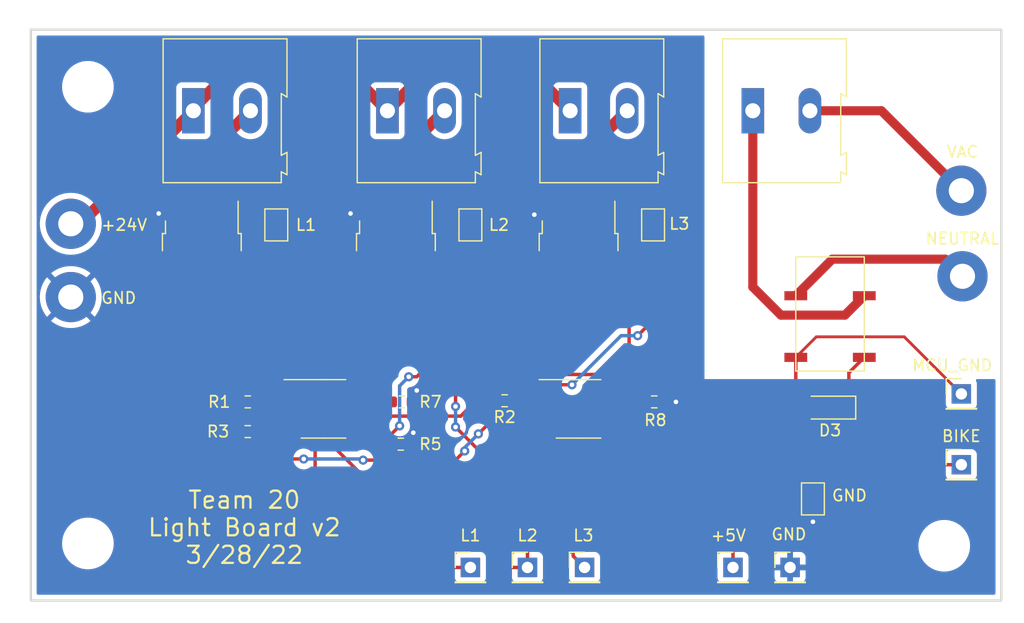
<source format=kicad_pcb>
(kicad_pcb (version 20211014) (generator pcbnew)
  (layers (0 "F.Cu" signal) (31 "B.Cu" signal) (34 "B.Paste" user) (35 "F.Paste" user) (36 "B.SilkS" user "B.Silkscreen") (37 "F.SilkS" user "F.Silkscreen") (38 "B.Mask" user) (39 "F.Mask" user) (44 "Edge.Cuts" user))
  (net 0 "")
  (net 1 "GND")
  (net 2 "+24V")
  (net 3 "L1")
  (net 4 "L2")
  (net 5 "L3")
  (net 6 "MCU_L1")
  (net 7 "Net-(J8-Pad2)")
  (net 8 "Net-(J9-Pad2)")
  (net 9 "Net-(J10-Pad2)")
  (net 10 "GND1")
  (net 11 "VAC")
  (net 12 "MCU_L2")
  (net 13 "MCU_L3")
  (net 14 "MCU_Bike")
  (net 15 "Earth")
  (net 16 "Net-(Q5-Pad2)")
  (net 17 "Net-(Q5-Pad4)")
  (net 18 "Net-(Q6-Pad2)")
  (net 22 "Net-(J11-Pad1)")
  (net 23 "+5V")
  (footprint "Diode_SMD:D_SOD-123" (layer "F.Cu") (at 155.5 111 180)
    (fp_text reference "D3" (at 0 -2) (layer "F.SilkS"))
    (fp_text value "MBR130HW")
    (fp_line (start -2.25 -1) (end 1.65 -1) (layer "F.SilkS") (width 0.12))
    (fp_line (start -2.25 -1) (end -2.25 1) (layer "F.SilkS") (width 0.12))
    (fp_line (start -2.25 1) (end 1.65 1) (layer "F.SilkS") (width 0.12))
    (pad "1" smd rect locked (at -1.65 0 180) (size 0.9 1.2) (layers "F.Cu" "F.Paste" "F.Mask") (net 14 "MCU_Bike"))
    (pad "2" smd rect locked (at 1.65 0 180) (size 0.9 1.2) (layers "F.Cu" "F.Paste" "F.Mask") (net 10 "GND1"))
  )
  (footprint "Package_SO:SOIC-8_3.9x4.9mm_P1.27mm" (layer "F.Cu") (at 133.47 111.11)
    (fp_text reference "Q6" hide)
    (fp_text value "MOCD207M")
    (fp_line (start 0 -2.56) (end -3.45 -2.56) (layer "F.SilkS") (width 0.12))
    (fp_line (start 0 2.56) (end 1.95 2.56) (layer "F.SilkS") (width 0.12))
    (fp_line (start 0 -2.56) (end 1.95 -2.56) (layer "F.SilkS") (width 0.12))
    (fp_line (start 0 2.56) (end -1.95 2.56) (layer "F.SilkS") (width 0.12))
    (pad "1" smd roundrect locked (at -2.475 -1.905) (size 1.95 0.6) (layers "F.Cu" "F.Paste" "F.Mask") (net 13 "MCU_L3"))
    (pad "2" smd roundrect locked (at -2.475 -0.635) (size 1.95 0.6) (layers "F.Cu" "F.Paste" "F.Mask") (net 18 "Net-(Q6-Pad2)"))
    (pad "3" smd roundrect locked (at -2.475 0.635) (size 1.95 0.6) (layers "F.Cu" "F.Paste" "F.Mask"))
    (pad "4" smd roundrect locked (at -2.475 1.905) (size 1.95 0.6) (layers "F.Cu" "F.Paste" "F.Mask"))
    (pad "5" smd roundrect locked (at 2.475 1.905) (size 1.95 0.6) (layers "F.Cu" "F.Paste" "F.Mask"))
    (pad "6" smd roundrect locked (at 2.475 0.635) (size 1.95 0.6) (layers "F.Cu" "F.Paste" "F.Mask") (net 23 "+5V"))
    (pad "7" smd roundrect locked (at 2.475 -0.635) (size 1.95 0.6) (layers "F.Cu" "F.Paste" "F.Mask") (net 5 "L3"))
    (pad "8" smd roundrect locked (at 2.475 -1.905) (size 1.95 0.6) (layers "F.Cu" "F.Paste" "F.Mask") (net 23 "+5V"))
  )
  (footprint "Jumper:SolderJumper-2_P1.3mm_Open_TrianglePad1.0x1.5mm" (layer "F.Cu") (at 107 95 90)
    (fp_text reference "JP1" hide)
    (fp_text value "SolderJumper_2_Open")
    (fp_line (start 1.4 -1) (end 1.4 1) (layer "F.SilkS") (width 0.12))
    (fp_line (start 1.4 1) (end -1.4 1) (layer "F.SilkS") (width 0.12))
    (fp_line (start -1.4 -1) (end 1.4 -1) (layer "F.SilkS") (width 0.12))
    (fp_line (start -1.4 1) (end -1.4 -1) (layer "F.SilkS") (width 0.12))
    (pad "1" smd custom locked (at -0.725 0 90) (size 0.3 0.3) (layers "F.Cu" "F.Mask") (net 6 "MCU_L1") (options (clearance outline) (anchor rect)) (primitives (gr_poly (pts (xy 1 0) (xy 0.5 0.75) (xy -0.5 0.75) (xy -0.5 -0.75) (xy 0.5 -0.75)) (width 0) (fill yes))))
    (pad "2" smd custom locked (at 0.725 0 90) (size 0.3 0.3) (layers "F.Cu" "F.Mask") (net 3 "L1") (options (clearance outline) (anchor rect)) (primitives (gr_poly (pts (xy 0.5 0.75) (xy -0.65 0.75) (xy -0.15 0) (xy -0.65 -0.75) (xy 0.5 -0.75)) (width 0) (fill yes))))
  )
  (footprint "Connector_PinHeader_2.54mm:PinHeader_1x01_P2.54mm_Vertical" (layer "F.Cu") (at 152 125)
    (fp_text reference "J16" hide)
    (fp_text value "GND")
    (fp_line (start -1.33 1.33) (end 1.33 1.33) (layer "F.SilkS") (width 0.12))
    (fp_line (start -1.33 1.27) (end 1.33 1.27) (layer "F.SilkS") (width 0.12))
    (fp_line (start -1.33 0) (end -1.33 -1.33) (layer "F.SilkS") (width 0.12))
    (fp_line (start -1.33 1.27) (end -1.33 1.33) (layer "F.SilkS") (width 0.12))
    (fp_line (start 1.33 1.27) (end 1.33 1.33) (layer "F.SilkS") (width 0.12))
    (fp_line (start -1.33 -1.33) (end 0 -1.33) (layer "F.SilkS") (width 0.12))
    (pad "1" thru_hole rect locked (at 0 0) (size 1.7 1.7) (drill 1) (layers *.Cu *.Mask) (net 1 "GND"))
  )
  (footprint "Connector_PinHeader_2.54mm:PinHeader_1x01_P2.54mm_Vertical" (layer "F.Cu") (at 167 116)
    (fp_text reference "J6" hide)
    (fp_text value "MCU_Bike")
    (fp_line (start -1.33 1.33) (end 1.33 1.33) (layer "F.SilkS") (width 0.12))
    (fp_line (start -1.33 1.27) (end 1.33 1.27) (layer "F.SilkS") (width 0.12))
    (fp_line (start -1.33 1.27) (end -1.33 1.33) (layer "F.SilkS") (width 0.12))
    (fp_line (start -1.33 0) (end -1.33 -1.33) (layer "F.SilkS") (width 0.12))
    (fp_line (start -1.33 -1.33) (end 0 -1.33) (layer "F.SilkS") (width 0.12))
    (fp_line (start 1.33 1.27) (end 1.33 1.33) (layer "F.SilkS") (width 0.12))
    (pad "1" thru_hole rect locked (at 0 0) (size 1.7 1.7) (drill 1) (layers *.Cu *.Mask) (net 14 "MCU_Bike"))
  )
  (footprint "Connector_PinHeader_2.54mm:PinHeader_1x01_P2.54mm_Vertical" (layer "F.Cu") (at 134 125)
    (fp_text reference "J5" hide)
    (fp_text value "MCU_L3")
    (fp_line (start 1.33 1.27) (end 1.33 1.33) (layer "F.SilkS") (width 0.12))
    (fp_line (start -1.33 1.27) (end 1.33 1.27) (layer "F.SilkS") (width 0.12))
    (fp_line (start -1.33 0) (end -1.33 -1.33) (layer "F.SilkS") (width 0.12))
    (fp_line (start -1.33 -1.33) (end 0 -1.33) (layer "F.SilkS") (width 0.12))
    (fp_line (start -1.33 1.27) (end -1.33 1.33) (layer "F.SilkS") (width 0.12))
    (fp_line (start -1.33 1.33) (end 1.33 1.33) (layer "F.SilkS") (width 0.12))
    (pad "1" thru_hole rect locked (at 0 0) (size 1.7 1.7) (drill 1) (layers *.Cu *.Mask) (net 13 "MCU_L3"))
  )
  (footprint "TerminalBlock:TerminalBlock_Altech_AK300-2_P5.00mm" (layer "F.Cu") (at 116.735 85)
    (fp_text reference "J9" hide)
    (fp_text value "Screw_Terminal_01x02")
    (fp_line (start 7.7 -1.5) (end 8.2 -1.2) (layer "F.SilkS") (width 0.12))
    (fp_line (start 8.2 3.65) (end 7.7 3.9) (layer "F.SilkS") (width 0.12))
    (fp_line (start -2.65 -6.3) (end -2.65 6.3) (layer "F.SilkS") (width 0.12))
    (fp_line (start 8.2 3.7) (end 8.2 3.65) (layer "F.SilkS") (width 0.12))
    (fp_line (start 7.7 6.3) (end 7.7 5.35) (layer "F.SilkS") (width 0.12))
    (fp_line (start 8.2 -6.3) (end -2.65 -6.3) (layer "F.SilkS") (width 0.12))
    (fp_line (start -2.65 6.3) (end 7.7 6.3) (layer "F.SilkS") (width 0.12))
    (fp_line (start 7.7 3.9) (end 7.7 -1.5) (layer "F.SilkS") (width 0.12))
    (fp_line (start 8.2 5.6) (end 8.2 3.7) (layer "F.SilkS") (width 0.12))
    (fp_line (start 7.7 5.35) (end 8.2 5.6) (layer "F.SilkS") (width 0.12))
    (fp_line (start 8.2 -1.2) (end 8.2 -6.3) (layer "F.SilkS") (width 0.12))
    (pad "1" thru_hole rect locked (at 0 0) (size 1.98 3.96) (drill 1.32) (layers *.Cu *.Mask) (net 2 "+24V"))
    (pad "2" thru_hole oval locked (at 5 0) (size 1.98 3.96) (drill 1.32) (layers *.Cu *.Mask) (net 8 "Net-(J9-Pad2)"))
  )
  (footprint "MountingHole:MountingHole_3.5mm" (layer "F.Cu") (at 90.5 82.9)
    (fp_text reference "H3" hide)
    (fp_text value "MountingHole")
    (pad "" np_thru_hole circle locked (at 0 0) (size 3.5 3.5) (drill 3.5) (layers *.Cu *.Mask))
  )
  (footprint "Package_TO_SOT_SMD:TO-252-2" (layer "F.Cu") (at 133.475 98.225 -90)
    (fp_text reference "Q4" hide)
    (fp_text value "FDD8453LZ")
    (fp_line (start -0.97 3.45) (end -2.47 3.45) (layer "F.SilkS") (width 0.12))
    (fp_line (start -2.47 3.18) (end -3.57 3.18) (layer "F.SilkS") (width 0.12))
    (fp_line (start -2.47 -3.45) (end -2.47 -3.18) (layer "F.SilkS") (width 0.12))
    (fp_line (start -0.97 -3.45) (end -2.47 -3.45) (layer "F.SilkS") (width 0.12))
    (fp_line (start -2.47 3.45) (end -2.47 3.18) (layer "F.SilkS") (width 0.12))
    (fp_line (start -2.47 -3.18) (end -5.3 -3.18) (layer "F.SilkS") (width 0.12))
    (pad "1" smd rect locked (at -4.2 -2.28 270) (size 2.2 1.2) (layers "F.Cu" "F.Paste" "F.Mask") (net 5 "L3"))
    (pad "2" smd rect locked (at 2.1 0 270) (size 6.4 5.8) (layers "F.Cu" "F.Mask") (net 9 "Net-(J10-Pad2)"))
    (pad "3" smd rect locked (at -4.2 2.28 270) (size 2.2 1.2) (layers "F.Cu" "F.Paste" "F.Mask") (net 1 "GND"))
  )
  (footprint "Package_TO_SOT_SMD:TO-252-2" (layer "F.Cu") (at 100.475 98.225 -90)
    (fp_text reference "Q1" hide)
    (fp_text value "FDD8453LZ")
    (fp_line (start -0.97 -3.45) (end -2.47 -3.45) (layer "F.SilkS") (width 0.12))
    (fp_line (start -2.47 -3.18) (end -5.3 -3.18) (layer "F.SilkS") (width 0.12))
    (fp_line (start -2.47 3.18) (end -3.57 3.18) (layer "F.SilkS") (width 0.12))
    (fp_line (start -2.47 3.45) (end -2.47 3.18) (layer "F.SilkS") (width 0.12))
    (fp_line (start -2.47 -3.45) (end -2.47 -3.18) (layer "F.SilkS") (width 0.12))
    (fp_line (start -0.97 3.45) (end -2.47 3.45) (layer "F.SilkS") (width 0.12))
    (pad "1" smd rect locked (at -4.2 -2.28 270) (size 2.2 1.2) (layers "F.Cu" "F.Paste" "F.Mask") (net 3 "L1"))
    (pad "2" smd rect locked (at 2.1 0 270) (size 6.4 5.8) (layers "F.Cu" "F.Mask") (net 7 "Net-(J8-Pad2)"))
    (pad "3" smd rect locked (at -4.2 2.28 270) (size 2.2 1.2) (layers "F.Cu" "F.Paste" "F.Mask") (net 1 "GND"))
  )
  (footprint "Connector_PinHeader_2.54mm:PinHeader_1x01_P2.54mm_Vertical" (layer "F.Cu") (at 167 109.8)
    (fp_text reference "J17" hide)
    (fp_text value "MCU_GND")
    (fp_line (start -1.33 0) (end -1.33 -1.33) (layer "F.SilkS") (width 0.12))
    (fp_line (start -1.33 1.33) (end 1.33 1.33) (layer "F.SilkS") (width 0.12))
    (fp_line (start -1.33 -1.33) (end 0 -1.33) (layer "F.SilkS") (width 0.12))
    (fp_line (start -1.33 1.27) (end 1.33 1.27) (layer "F.SilkS") (width 0.12))
    (fp_line (start -1.33 1.27) (end -1.33 1.33) (layer "F.SilkS") (width 0.12))
    (fp_line (start 1.33 1.27) (end 1.33 1.33) (layer "F.SilkS") (width 0.12))
    (pad "1" thru_hole rect locked (at 0 0) (size 1.7 1.7) (drill 1) (layers *.Cu *.Mask) (net 10 "GND1"))
  )
  (footprint "TerminalBlock:TerminalBlock_Altech_AK300-2_P5.00mm" (layer "F.Cu") (at 99.735 85)
    (fp_text reference "J8" hide)
    (fp_text value "Screw_Terminal_01x02")
    (fp_line (start 8.2 -6.3) (end -2.65 -6.3) (layer "F.SilkS") (width 0.12))
    (fp_line (start 8.2 5.6) (end 8.2 3.7) (layer "F.SilkS") (width 0.12))
    (fp_line (start -2.65 -6.3) (end -2.65 6.3) (layer "F.SilkS") (width 0.12))
    (fp_line (start 7.7 -1.5) (end 8.2 -1.2) (layer "F.SilkS") (width 0.12))
    (fp_line (start -2.65 6.3) (end 7.7 6.3) (layer "F.SilkS") (width 0.12))
    (fp_line (start 7.7 5.35) (end 8.2 5.6) (layer "F.SilkS") (width 0.12))
    (fp_line (start 7.7 3.9) (end 7.7 -1.5) (layer "F.SilkS") (width 0.12))
    (fp_line (start 8.2 3.7) (end 8.2 3.65) (layer "F.SilkS") (width 0.12))
    (fp_line (start 8.2 3.65) (end 7.7 3.9) (layer "F.SilkS") (width 0.12))
    (fp_line (start 7.7 6.3) (end 7.7 5.35) (layer "F.SilkS") (width 0.12))
    (fp_line (start 8.2 -1.2) (end 8.2 -6.3) (layer "F.SilkS") (width 0.12))
    (pad "1" thru_hole rect locked (at 0 0) (size 1.98 3.96) (drill 1.32) (layers *.Cu *.Mask) (net 2 "+24V"))
    (pad "2" thru_hole oval locked (at 5 0) (size 1.98 3.96) (drill 1.32) (layers *.Cu *.Mask) (net 7 "Net-(J8-Pad2)"))
  )
  (footprint "Connector_PinHeader_2.54mm:PinHeader_1x01_P2.54mm_Vertical" (layer "F.Cu") (at 124 125)
    (fp_text reference "J3" hide)
    (fp_text value "MCU_L1")
    (fp_line (start -1.33 1.27) (end 1.33 1.27) (layer "F.SilkS") (width 0.12))
    (fp_line (start -1.33 -1.33) (end 0 -1.33) (layer "F.SilkS") (width 0.12))
    (fp_line (start -1.33 1.27) (end -1.33 1.33) (layer "F.SilkS") (width 0.12))
    (fp_line (start 1.33 1.27) (end 1.33 1.33) (layer "F.SilkS") (width 0.12))
    (fp_line (start -1.33 1.33) (end 1.33 1.33) (layer "F.SilkS") (width 0.12))
    (fp_line (start -1.33 0) (end -1.33 -1.33) (layer "F.SilkS") (width 0.12))
    (pad "1" thru_hole rect locked (at 0 0) (size 1.7 1.7) (drill 1) (layers *.Cu *.Mask) (net 6 "MCU_L1"))
  )
  (footprint "TerminalBlock:TerminalBlock_Altech_AK300-2_P5.00mm" (layer "F.Cu") (at 148.735 85)
    (fp_text reference "J11" hide)
    (fp_text value "Screw_Terminal_01x02")
    (fp_line (start -2.65 6.3) (end 7.7 6.3) (layer "F.SilkS") (width 0.12))
    (fp_line (start 8.2 3.65) (end 7.7 3.9) (layer "F.SilkS") (width 0.12))
    (fp_line (start 7.7 5.35) (end 8.2 5.6) (layer "F.SilkS") (width 0.12))
    (fp_line (start -2.65 -6.3) (end -2.65 6.3) (layer "F.SilkS") (width 0.12))
    (fp_line (start 7.7 -1.5) (end 8.2 -1.2) (layer "F.SilkS") (width 0.12))
    (fp_line (start 8.2 5.6) (end 8.2 3.7) (layer "F.SilkS") (width 0.12))
    (fp_line (start 7.7 6.3) (end 7.7 5.35) (layer "F.SilkS") (width 0.12))
    (fp_line (start 7.7 3.9) (end 7.7 -1.5) (layer "F.SilkS") (width 0.12))
    (fp_line (start 8.2 -6.3) (end -2.65 -6.3) (layer "F.SilkS") (width 0.12))
    (fp_line (start 8.2 3.7) (end 8.2 3.65) (layer "F.SilkS") (width 0.12))
    (fp_line (start 8.2 -1.2) (end 8.2 -6.3) (layer "F.SilkS") (width 0.12))
    (pad "1" thru_hole rect locked (at 0 0) (size 1.98 3.96) (drill 1.32) (layers *.Cu *.Mask) (net 22 "Net-(J11-Pad1)"))
    (pad "2" thru_hole oval locked (at 5 0) (size 1.98 3.96) (drill 1.32) (layers *.Cu *.Mask) (net 11 "VAC"))
  )
  (footprint "Jumper:SolderJumper-2_P1.3mm_Open_TrianglePad1.0x1.5mm" (layer "F.Cu") (at 124 95 90)
    (fp_text reference "JP2" hide)
    (fp_text value "SolderJumper_2_Open")
    (fp_line (start 1.4 -1) (end 1.4 1) (layer "F.SilkS") (width 0.12))
    (fp_line (start -1.4 -1) (end 1.4 -1) (layer "F.SilkS") (width 0.12))
    (fp_line (start 1.4 1) (end -1.4 1) (layer "F.SilkS") (width 0.12))
    (fp_line (start -1.4 1) (end -1.4 -1) (layer "F.SilkS") (width 0.12))
    (pad "1" smd custom locked (at -0.725 0 90) (size 0.3 0.3) (layers "F.Cu" "F.Mask") (net 12 "MCU_L2") (options (clearance outline) (anchor rect)) (primitives (gr_poly (pts (xy 1 0) (xy 0.5 0.75) (xy -0.5 0.75) (xy -0.5 -0.75) (xy 0.5 -0.75)) (width 0) (fill yes))))
    (pad "2" smd custom locked (at 0.725 0 90) (size 0.3 0.3) (layers "F.Cu" "F.Mask") (net 4 "L2") (options (clearance outline) (anchor rect)) (primitives (gr_poly (pts (xy 0.5 0.75) (xy -0.65 0.75) (xy -0.15 0) (xy -0.65 -0.75) (xy 0.5 -0.75)) (width 0) (fill yes))))
  )
  (footprint "MountingHole:MountingHole_3.5mm" (layer "F.Cu") (at 90.5 122.9)
    (fp_text reference "H1" hide)
    (fp_text value "MountingHole")
    (pad "" np_thru_hole circle locked (at 0 0) (size 3.5 3.5) (drill 3.5) (layers *.Cu *.Mask))
  )
  (footprint "_mine:1462041-7" (layer "F.Cu") (at 155.5 103.9 90)
    (fp_text reference "K1" hide)
    (fp_text value "1462041-7")
    (fp_rect (start -3.9 -3) (end 6.1 3) (layer "F.SilkS") (width 0.12) (fill none))
    (pad "1" smd rect (at -2.7 -3 180) (size 2 0.8) (layers "F.Cu" "F.Paste" "F.Mask") (net 10 "GND1"))
    (pad "3" smd rect (at 2.7 -3 180) (size 2 0.8) (layers "F.Cu" "F.Paste" "F.Mask") (net 15 "Earth"))
    (pad "5" smd rect (at 2.7 3 180) (size 2 0.8) (layers "F.Cu" "F.Paste" "F.Mask") (net 22 "Net-(J11-Pad1)"))
    (pad "6" smd rect (at -2.7 3 180) (size 2 0.8) (layers "F.Cu" "F.Paste" "F.Mask") (net 14 "MCU_Bike"))
  )
  (footprint "_mylib:hole" (layer "F.Cu") (at 167 92)
    (fp_text reference "J12" hide)
    (fp_text value "VAC")
    (pad "1" thru_hole circle (at 0 0) (size 4.4 4.4) (drill 2.2) (layers *.Cu *.Mask) (net 11 "VAC"))
  )
  (footprint "Connector_PinHeader_2.54mm:PinHeader_1x01_P2.54mm_Vertical" (layer "F.Cu") (at 147 125)
    (fp_text reference "J15" hide)
    (fp_text value "5V")
    (fp_line (start -1.33 1.33) (end 1.33 1.33) (layer "F.SilkS") (width 0.12))
    (fp_line (start -1.33 1.27) (end 1.33 1.27) (layer "F.SilkS") (width 0.12))
    (fp_line (start -1.33 -1.33) (end 0 -1.33) (layer "F.SilkS") (width 0.12))
    (fp_line (start -1.33 0) (end -1.33 -1.33) (layer "F.SilkS") (width 0.12))
    (fp_line (start 1.33 1.27) (end 1.33 1.33) (layer "F.SilkS") (width 0.12))
    (fp_line (start -1.33 1.27) (end -1.33 1.33) (layer "F.SilkS") (width 0.12))
    (pad "1" thru_hole rect locked (at 0 0) (size 1.7 1.7) (drill 1) (layers *.Cu *.Mask) (net 23 "+5V"))
  )
  (footprint "Resistor_SMD:R_0603_1608Metric" (layer "F.Cu") (at 127 110.4 180)
    (fp_text reference "R2" (at 0 -1.43 180) (layer "F.SilkS"))
    (fp_text value "150")
    (fp_line (start -0.237258 0.5225) (end 0.237258 0.5225) (layer "F.SilkS") (width 0.12))
    (fp_line (start -0.237258 -0.5225) (end 0.237258 -0.5225) (layer "F.SilkS") (width 0.12))
    (pad "1" smd roundrect locked (at -0.825 0 180) (size 0.8 0.95) (layers "F.Cu" "F.Paste" "F.Mask") (net 18 "Net-(Q6-Pad2)"))
    (pad "2" smd roundrect locked (at 0.825 0 180) (size 0.8 0.95) (layers "F.Cu" "F.Paste" "F.Mask") (net 10 "GND1"))
  )
  (footprint "Resistor_SMD:R_0603_1608Metric" (layer "F.Cu") (at 140.1 110.5)
    (fp_text reference "R8" (at 0.1 1.6) (layer "F.SilkS"))
    (fp_text value "1k")
    (fp_line (start -0.237258 -0.5225) (end 0.237258 -0.5225) (layer "F.SilkS") (width 0.12))
    (fp_line (start -0.237258 0.5225) (end 0.237258 0.5225) (layer "F.SilkS") (width 0.12))
    (pad "1" smd roundrect locked (at -0.825 0) (size 0.8 0.95) (layers "F.Cu" "F.Paste" "F.Mask") (net 5 "L3"))
    (pad "2" smd roundrect locked (at 0.825 0) (size 0.8 0.95) (layers "F.Cu" "F.Paste" "F.Mask") (net 1 "GND"))
  )
  (footprint "Jumper:SolderJumper-2_P1.3mm_Open_TrianglePad1.0x1.5mm" (layer "F.Cu") (at 154 119 -90)
    (fp_text reference "JP4" hide)
    (fp_text value "SolderJumper_2_Open")
    (fp_line (start 1.4 1) (end -1.4 1) (layer "F.SilkS") (width 0.12))
    (fp_line (start -1.4 1) (end -1.4 -1) (layer "F.SilkS") (width 0.12))
    (fp_line (start 1.4 -1) (end 1.4 1) (layer "F.SilkS") (width 0.12))
    (fp_line (start -1.4 -1) (end 1.4 -1) (layer "F.SilkS") (width 0.12))
    (pad "1" smd custom locked (at -0.725 0 270) (size 0.3 0.3) (layers "F.Cu" "F.Mask") (net 10 "GND1") (options (clearance outline) (anchor rect)) (primitives (gr_poly (pts (xy 1 0) (xy 0.5 0.75) (xy -0.5 0.75) (xy -0.5 -0.75) (xy 0.5 -0.75)) (width 0) (fill yes))))
    (pad "2" smd custom locked (at 0.725 0 270) (size 0.3 0.3) (layers "F.Cu" "F.Mask") (net 1 "GND") (options (clearance outline) (anchor rect)) (primitives (gr_poly (pts (xy 0.5 0.75) (xy -0.65 0.75) (xy -0.15 0) (xy -0.65 -0.75) (xy 0.5 -0.75)) (width 0) (fill yes))))
  )
  (footprint "TerminalBlock:TerminalBlock_Altech_AK300-2_P5.00mm" (layer "F.Cu") (at 132.735 85)
    (fp_text reference "J10" hide)
    (fp_text value "Screw_Terminal_01x02")
    (fp_line (start 7.7 -1.5) (end 8.2 -1.2) (layer "F.SilkS") (width 0.12))
    (fp_line (start 7.7 6.3) (end 7.7 5.35) (layer "F.SilkS") (width 0.12))
    (fp_line (start -2.65 6.3) (end 7.7 6.3) (layer "F.SilkS") (width 0.12))
    (fp_line (start -2.65 -6.3) (end -2.65 6.3) (layer "F.SilkS") (width 0.12))
    (fp_line (start 8.2 3.65) (end 7.7 3.9) (layer "F.SilkS") (width 0.12))
    (fp_line (start 8.2 5.6) (end 8.2 3.7) (layer "F.SilkS") (width 0.12))
    (fp_line (start 7.7 3.9) (end 7.7 -1.5) (layer "F.SilkS") (width 0.12))
    (fp_line (start 8.2 3.7) (end 8.2 3.65) (layer "F.SilkS") (width 0.12))
    (fp_line (start 8.2 -6.3) (end -2.65 -6.3) (layer "F.SilkS") (width 0.12))
    (fp_line (start 7.7 5.35) (end 8.2 5.6) (layer "F.SilkS") (width 0.12))
    (fp_line (start 8.2 -1.2) (end 8.2 -6.3) (layer "F.SilkS") (width 0.12))
    (pad "1" thru_hole rect locked (at 0 0) (size 1.98 3.96) (drill 1.32) (layers *.Cu *.Mask) (net 2 "+24V"))
    (pad "2" thru_hole oval locked (at 5 0) (size 1.98 3.96) (drill 1.32) (layers *.Cu *.Mask) (net 9 "Net-(J10-Pad2)"))
  )
  (footprint "Resistor_SMD:R_0603_1608Metric" (layer "F.Cu") (at 104.5 113.1 180)
    (fp_text reference "R3" (at 2.6 0 180) (layer "F.SilkS"))
    (fp_text value "150")
    (fp_line (start -0.237258 -0.5225) (end 0.237258 -0.5225) (layer "F.SilkS") (width 0.12))
    (fp_line (start -0.237258 0.5225) (end 0.237258 0.5225) (layer "F.SilkS") (width 0.12))
    (pad "1" smd roundrect locked (at -0.825 0 180) (size 0.8 0.95) (layers "F.Cu" "F.Paste" "F.Mask") (net 17 "Net-(Q5-Pad4)"))
    (pad "2" smd roundrect locked (at 0.825 0 180) (size 0.8 0.95) (layers "F.Cu" "F.Paste" "F.Mask") (net 10 "GND1"))
  )
  (footprint "MountingHole:MountingHole_3.5mm" (layer "F.Cu") (at 165.5 123.1)
    (fp_text reference "H4" hide)
    (fp_text value "MountingHole")
    (pad "" np_thru_hole circle locked (at 0 0) (size 3.5 3.5) (drill 3.5) (layers *.Cu *.Mask))
  )
  (footprint "Package_SO:SOIC-8_3.9x4.9mm_P1.27mm" (layer "F.Cu") (at 111.13 111.11)
    (fp_text reference "Q5" hide)
    (fp_text value "MOCD207M")
    (fp_line (start 0 -2.56) (end -3.45 -2.56) (layer "F.SilkS") (width 0.12))
    (fp_line (start 0 2.56) (end -1.95 2.56) (layer "F.SilkS") (width 0.12))
    (fp_line (start 0 -2.56) (end 1.95 -2.56) (layer "F.SilkS") (width 0.12))
    (fp_line (start 0 2.56) (end 1.95 2.56) (layer "F.SilkS") (width 0.12))
    (pad "1" smd roundrect locked (at -2.475 -1.905) (size 1.95 0.6) (layers "F.Cu" "F.Paste" "F.Mask") (net 6 "MCU_L1"))
    (pad "2" smd roundrect locked (at -2.475 -0.635) (size 1.95 0.6) (layers "F.Cu" "F.Paste" "F.Mask") (net 16 "Net-(Q5-Pad2)"))
    (pad "3" smd roundrect locked (at -2.475 0.635) (size 1.95 0.6) (layers "F.Cu" "F.Paste" "F.Mask") (net 12 "MCU_L2"))
    (pad "4" smd roundrect locked (at -2.475 1.905) (size 1.95 0.6) (layers "F.Cu" "F.Paste" "F.Mask") (net 17 "Net-(Q5-Pad4)"))
    (pad "5" smd roundrect locked (at 2.475 1.905) (size 1.95 0.6) (layers "F.Cu" "F.Paste" "F.Mask") (net 4 "L2"))
    (pad "6" smd roundrect locked (at 2.475 0.635) (size 1.95 0.6) (layers "F.Cu" "F.Paste" "F.Mask") (net 23 "+5V"))
    (pad "7" smd roundrect locked (at 2.475 -0.635) (size 1.95 0.6) (layers "F.Cu" "F.Paste" "F.Mask") (net 3 "L1"))
    (pad "8" smd roundrect locked (at 2.475 -1.905) (size 1.95 0.6) (layers "F.Cu" "F.Paste" "F.Mask") (net 23 "+5V"))
  )
  (footprint "Resistor_SMD:R_0603_1608Metric" (layer "F.Cu") (at 118 110.5)
    (fp_text reference "R7" (at 2.5 0) (layer "F.SilkS"))
    (fp_text value "1k")
    (fp_line (start -0.237258 -0.5225) (end 0.237258 -0.5225) (layer "F.SilkS") (width 0.12))
    (fp_line (start -0.237258 0.5225) (end 0.237258 0.5225) (layer "F.SilkS") (width 0.12))
    (pad "1" smd roundrect locked (at -0.825 0) (size 0.8 0.95) (layers "F.Cu" "F.Paste" "F.Mask") (net 3 "L1"))
    (pad "2" smd roundrect locked (at 0.825 0) (size 0.8 0.95) (layers "F.Cu" "F.Paste" "F.Mask") (net 1 "GND"))
  )
  (footprint "_mylib:hole" (layer "F.Cu") (at 89 101.32)
    (fp_text reference "J2" hide)
    (fp_text value "GND")
    (pad "1" thru_hole circle (at 0 0) (size 4.4 4.4) (drill 2.2) (layers *.Cu *.Mask) (net 1 "GND"))
  )
  (footprint "MountingHole:MountingHole_3.5mm" (layer "F.Cu") (at 165.5 82.9)
    (fp_text reference "H2" hide)
    (fp_text value "MountingHole")
    (pad "" np_thru_hole circle locked (at 0 0) (size 3.5 3.5) (drill 3.5) (layers *.Cu *.Mask))
  )
  (footprint "Package_TO_SOT_SMD:TO-252-2" (layer "F.Cu") (at 117.475 98.225 -90)
    (fp_text reference "Q2" hide)
    (fp_text value "FDD8453LZ")
    (fp_line (start -0.97 -3.45) (end -2.47 -3.45) (layer "F.SilkS") (width 0.12))
    (fp_line (start -2.47 -3.18) (end -5.3 -3.18) (layer "F.SilkS") (width 0.12))
    (fp_line (start -2.47 3.45) (end -2.47 3.18) (layer "F.SilkS") (width 0.12))
    (fp_line (start -2.47 -3.45) (end -2.47 -3.18) (layer "F.SilkS") (width 0.12))
    (fp_line (start -2.47 3.18) (end -3.57 3.18) (layer "F.SilkS") (width 0.12))
    (fp_line (start -0.97 3.45) (end -2.47 3.45) (layer "F.SilkS") (width 0.12))
    (pad "1" smd rect locked (at -4.2 -2.28 270) (size 2.2 1.2) (layers "F.Cu" "F.Paste" "F.Mask") (net 4 "L2"))
    (pad "2" smd rect locked (at 2.1 0 270) (size 6.4 5.8) (layers "F.Cu" "F.Mask") (net 8 "Net-(J9-Pad2)"))
    (pad "3" smd rect locked (at -4.2 2.28 270) (size 2.2 1.2) (layers "F.Cu" "F.Paste" "F.Mask") (net 1 "GND"))
  )
  (footprint "Connector_PinHeader_2.54mm:PinHeader_1x01_P2.54mm_Vertical" (layer "F.Cu") (at 129 125)
    (fp_text reference "J4" hide)
    (fp_text value "MCU_L2")
    (fp_line (start -1.33 -1.33) (end 0 -1.33) (layer "F.SilkS") (width 0.12))
    (fp_line (start -1.33 1.27) (end 1.33 1.27) (layer "F.SilkS") (width 0.12))
    (fp_line (start -1.33 1.33) (end 1.33 1.33) (layer "F.SilkS") (width 0.12))
    (fp_line (start 1.33 1.27) (end 1.33 1.33) (layer "F.SilkS") (width 0.12))
    (fp_line (start -1.33 1.27) (end -1.33 1.33) (layer "F.SilkS") (width 0.12))
    (fp_line (start -1.33 0) (end -1.33 -1.33) (layer "F.SilkS") (width 0.12))
    (pad "1" thru_hole rect locked (at 0 0) (size 1.7 1.7) (drill 1) (layers *.Cu *.Mask) (net 12 "MCU_L2"))
  )
  (footprint "_mylib:hole" (layer "F.Cu") (at 167.1 99.5)
    (fp_text reference "J13" hide)
    (fp_text value "NEUTRAL")
    (pad "1" thru_hole circle (at 0 0) (size 4.4 4.4) (drill 2.2) (layers *.Cu *.Mask) (net 15 "Earth"))
  )
  (footprint "_mylib:hole" (layer "F.Cu") (at 89 94.9)
    (fp_text reference "J1" hide)
    (fp_text value "24V")
    (pad "1" thru_hole circle (at 0 0) (size 4.4 4.4) (drill 2.2) (layers *.Cu *.Mask) (net 2 "+24V"))
  )
  (footprint "Jumper:SolderJumper-2_P1.3mm_Open_TrianglePad1.0x1.5mm" (layer "F.Cu") (at 140 95 90)
    (fp_text reference "JP3" hide)
    (fp_text value "SolderJumper_2_Open")
    (fp_line (start 1.4 1) (end -1.4 1) (layer "F.SilkS") (width 0.12))
    (fp_line (start -1.4 -1) (end 1.4 -1) (layer "F.SilkS") (width 0.12))
    (fp_line (start 1.4 -1) (end 1.4 1) (layer "F.SilkS") (width 0.12))
    (fp_line (start -1.4 1) (end -1.4 -1) (layer "F.SilkS") (width 0.12))
    (pad "1" smd custom locked (at -0.725 0 90) (size 0.3 0.3) (layers "F.Cu" "F.Mask") (net 13 "MCU_L3") (options (clearance outline) (anchor rect)) (primitives (gr_poly (pts (xy 1 0) (xy 0.5 0.75) (xy -0.5 0.75) (xy -0.5 -0.75) (xy 0.5 -0.75)) (width 0) (fill yes))))
    (pad "2" smd custom locked (at 0.725 0 90) (size 0.3 0.3) (layers "F.Cu" "F.Mask") (net 5 "L3") (options (clearance outline) (anchor rect)) (primitives (gr_poly (pts (xy 0.5 0.75) (xy -0.65 0.75) (xy -0.15 0) (xy -0.65 -0.75) (xy 0.5 -0.75)) (width 0) (fill yes))))
  )
  (footprint "Resistor_SMD:R_0603_1608Metric" (layer "F.Cu") (at 104.5 110.5 180)
    (fp_text reference "R1" (at 2.5 0 180) (layer "F.SilkS"))
    (fp_text value "150")
    (fp_line (start -0.237258 0.5225) (end 0.237258 0.5225) (layer "F.SilkS") (width 0.12))
    (fp_line (start -0.237258 -0.5225) (end 0.237258 -0.5225) (layer "F.SilkS") (width 0.12))
    (pad "1" smd roundrect locked (at -0.825 0 180) (size 0.8 0.95) (layers "F.Cu" "F.Paste" "F.Mask") (net 16 "Net-(Q5-Pad2)"))
    (pad "2" smd roundrect locked (at 0.825 0 180) (size 0.8 0.95) (layers "F.Cu" "F.Paste" "F.Mask") (net 10 "GND1"))
  )
  (footprint "Resistor_SMD:R_0603_1608Metric" (layer "F.Cu") (at 117.9 114.2)
    (fp_text reference "R5" (at 2.6 0) (layer "F.SilkS"))
    (fp_text value "1k")
    (fp_line (start -0.237258 -0.5225) (end 0.237258 -0.5225) (layer "F.SilkS") (width 0.12))
    (fp_line (start -0.237258 0.5225) (end 0.237258 0.5225) (layer "F.SilkS") (width 0.12))
    (pad "1" smd roundrect locked (at -0.825 0) (size 0.8 0.95) (layers "F.Cu" "F.Paste" "F.Mask") (net 4 "L2"))
    (pad "2" smd roundrect locked (at 0.825 0) (size 0.8 0.95) (layers "F.Cu" "F.Paste" "F.Mask") (net 1 "GND"))
  )
  (gr_rect (start 85.5 77.9) (end 170.5 127.9) (layer "Edge.Cuts") (width 0.2) (fill none))
  (gr_text "L1" (at 124 122.2) (layer "F.SilkS") (effects (font (size 1 1))))
  (gr_text "L1" (at 109.6 95) (layer "F.SilkS") (effects (font (size 1 1))))
  (gr_text "L3" (at 142.3 94.9) (layer "F.SilkS") (effects (font (size 1 1))))
  (gr_text "VAC" (at 167.1 88.6) (layer "F.SilkS") (effects (font (size 1 1))))
  (gr_text "GND" (at 93.2 101.4) (layer "F.SilkS") (effects (font (size 1 1))))
  (gr_text "L3" (at 133.9 122.2) (layer "F.SilkS") (effects (font (size 1 1))))
  (gr_text "GND" (at 151.9 122.1) (layer "F.SilkS") (effects (font (size 1 1))))
  (gr_text "Team 20\nLight Board v2\n3/28/22" (at 104.2 121.5) (layer "F.SilkS") (effects (font (size 1.5 1.5) (thickness 0.2))))
  (gr_text "L2" (at 129 122.2) (layer "F.SilkS") (effects (font (size 1 1))))
  (gr_text "GND" (at 157.2 118.7) (layer "F.SilkS") (effects (font (size 1 1))))
  (gr_text "+24V" (at 93.676191 95) (layer "F.SilkS") (effects (font (size 1 1))))
  (gr_text "+5V" (at 146.6 122.2) (layer "F.SilkS") (effects (font (size 1 1))))
  (gr_text "L2" (at 126.5 95) (layer "F.SilkS") (effects (font (size 1 1))))
  (gr_text "MCU_GND" (at 166.2 107.3) (layer "F.SilkS") (effects (font (size 1 1))))
  (gr_text "BIKE" (at 167 113.5) (layer "F.SilkS") (effects (font (size 1 1))))
  (gr_text "NEUTRAL" (at 167.1 96.2) (layer "F.SilkS") (effects (font (size 1 1))))
  (segment (start 118.725 114.2) (end 118.725 113.475) (width 0.25) (layer "F.Cu") (net 1))
  (segment (start 113.525 94.025) (end 113.5 94) (width 0.8) (layer "F.Cu") (net 1))
  (segment (start 118.725 113.475) (end 119 113.2) (width 0.25) (layer "F.Cu") (net 1))
  (segment (start 118.825 109.975) (end 118.825 110.5) (width 0.25) (layer "F.Cu") (net 1))
  (segment (start 96.725 94.025) (end 96.7 94) (width 0.8) (layer "F.Cu") (net 1))
  (segment (start 154 119.725) (end 154 121) (width 0.3) (layer "F.Cu") (net 1))
  (segment (start 140.925 110.5) (end 142 110.5) (width 0.3) (layer "F.Cu") (net 1))
  (segment (start 98.195 94.025) (end 96.725 94.025) (width 0.8) (layer "F.Cu") (net 1))
  (segment (start 115.195 94.025) (end 113.525 94.025) (width 0.8) (layer "F.Cu") (net 1))
  (segment (start 129.675 94.025) (end 129.6 94.1) (width 0.8) (layer "F.Cu") (net 1))
  (segment (start 119.3 109.5) (end 118.825 109.975) (width 0.25) (layer "F.Cu") (net 1))
  (segment (start 131.195 94.025) (end 129.675 94.025) (width 0.8) (layer "F.Cu") (net 1))
  (via (at 142 110.5) (size 0.8) (drill 0.4) (layers "F.Cu" "B.Cu") (net 1))
  (via (at 154 121) (size 0.8) (drill 0.4) (layers "F.Cu" "B.Cu") (net 1))
  (via (at 113.5 94) (size 0.8) (drill 0.4) (layers "F.Cu" "B.Cu") (net 1))
  (via (at 129.6 94.1) (size 0.8) (drill 0.4) (layers "F.Cu" "B.Cu") (net 1))
  (via (at 119.3 109.5) (size 0.8) (drill 0.4) (layers "F.Cu" "B.Cu") (net 1))
  (via (at 119 113.2) (size 0.8) (drill 0.4) (layers "F.Cu" "B.Cu") (net 1))
  (via (at 96.7 94) (size 0.8) (drill 0.4) (layers "F.Cu" "B.Cu") (net 1))
  (segment (start 99.735 85) (end 99.735 84.765) (width 1) (layer "F.Cu") (net 2))
  (segment (start 120.635 81.1) (end 128.835 81.1) (width 1) (layer "F.Cu") (net 2))
  (segment (start 103.7 80.8) (end 112.535 80.8) (width 1) (layer "F.Cu") (net 2))
  (segment (start 112.535 80.8) (end 116.735 85) (width 1) (layer "F.Cu") (net 2))
  (segment (start 89.835 94.9) (end 99.735 85) (width 1) (layer "F.Cu") (net 2))
  (segment (start 128.835 81.1) (end 132.735 85) (width 1) (layer "F.Cu") (net 2))
  (segment (start 116.735 85) (end 120.635 81.1) (width 1) (layer "F.Cu") (net 2))
  (segment (start 89 94.9) (end 89.835 94.9) (width 1) (layer "F.Cu") (net 2))
  (segment (start 99.735 84.765) (end 103.7 80.8) (width 1) (layer "F.Cu") (net 2))
  (segment (start 110.5 96.5) (end 110.5 103.825) (width 0.3) (layer "F.Cu") (net 3))
  (segment (start 117.15 110.475) (end 117.175 110.5) (width 0.3) (layer "F.Cu") (net 3))
  (segment (start 113.605 110.475) (end 117.15 110.475) (width 0.3) (layer "F.Cu") (net 3))
  (segment (start 107 94.275) (end 108.275 94.275) (width 0.3) (layer "F.Cu") (net 3))
  (segment (start 110.5 103.825) (end 117.175 110.5) (width 0.3) (layer "F.Cu") (net 3))
  (segment (start 108.275 94.275) (end 110.5 96.5) (width 0.3) (layer "F.Cu") (net 3))
  (segment (start 102.755 94.025) (end 106.75 94.025) (width 0.3) (layer "F.Cu") (net 3))
  (segment (start 106.75 94.025) (end 107 94.275) (width 0.3) (layer "F.Cu") (net 3))
  (segment (start 117.075 114.2) (end 117.075 113.325) (width 0.3) (layer "F.Cu") (net 4))
  (segment (start 119.755 94.025) (end 123.75 94.025) (width 0.3) (layer "F.Cu") (net 4))
  (segment (start 113.605 113.015) (end 115.89 113.015) (width 0.3) (layer "F.Cu") (net 4))
  (segment (start 123.75 94.025) (end 124 94.275) (width 0.3) (layer "F.Cu") (net 4))
  (segment (start 121.9 96.17) (end 119.755 94.025) (width 0.3) (layer "F.Cu") (net 4))
  (segment (start 119.3 108.3) (end 121.9 105.7) (width 0.3) (layer "F.Cu") (net 4))
  (segment (start 121.9 105.7) (end 121.9 96.17) (width 0.3) (layer "F.Cu") (net 4))
  (segment (start 117.075 113.325) (end 117.8 112.6) (width 0.3) (layer "F.Cu") (net 4))
  (segment (start 118.6 108.3) (end 119.3 108.3) (width 0.3) (layer "F.Cu") (net 4))
  (segment (start 115.89 113.015) (end 117.075 114.2) (width 0.3) (layer "F.Cu") (net 4))
  (via (at 117.8 112.6) (size 0.8) (drill 0.4) (layers "F.Cu" "B.Cu") (net 4))
  (via (at 118.6 108.3) (size 0.8) (drill 0.4) (layers "F.Cu" "B.Cu") (net 4))
  (segment (start 118.6 108.3) (end 117.8 109.1) (width 0.3) (layer "B.Cu") (net 4))
  (segment (start 117.8 109.1) (end 117.8 112.6) (width 0.3) (layer "B.Cu") (net 4))
  (segment (start 135.945 110.475) (end 139.25 110.475) (width 0.3) (layer "F.Cu") (net 5))
  (segment (start 139.25 110.475) (end 139.275 110.5) (width 0.3) (layer "F.Cu") (net 5))
  (segment (start 137.9 109.125) (end 137.9 96.17) (width 0.3) (layer "F.Cu") (net 5))
  (segment (start 139.275 110.5) (end 137.9 109.125) (width 0.3) (layer "F.Cu") (net 5))
  (segment (start 139.75 94.025) (end 140 94.275) (width 0.3) (layer "F.Cu") (net 5))
  (segment (start 137.9 96.17) (end 135.755 94.025) (width 0.3) (layer "F.Cu") (net 5))
  (segment (start 135.755 94.025) (end 139.75 94.025) (width 0.3) (layer "F.Cu") (net 5))
  (segment (start 111.1 109.9) (end 110.405 109.205) (width 0.3) (layer "F.Cu") (net 6))
  (segment (start 107 107.55) (end 108.655 109.205) (width 0.3) (layer "F.Cu") (net 6))
  (segment (start 122.6 125) (end 111.1 113.5) (width 0.3) (layer "F.Cu") (net 6))
  (segment (start 111.1 113.5) (end 111.1 109.9) (width 0.3) (layer "F.Cu") (net 6))
  (segment (start 110.405 109.205) (end 108.655 109.205) (width 0.3) (layer "F.Cu") (net 6))
  (segment (start 107 95.725) (end 107 107.55) (width 0.3) (layer "F.Cu") (net 6))
  (segment (start 124 125) (end 122.6 125) (width 0.3) (layer "F.Cu") (net 6))
  (segment (start 100.475 100.325) (end 100.475 89.26) (width 1) (layer "F.Cu") (net 7))
  (segment (start 100.475 89.26) (end 104.735 85) (width 1) (layer "F.Cu") (net 7))
  (segment (start 117.475 89.26) (end 121.735 85) (width 1) (layer "F.Cu") (net 8))
  (segment (start 117.475 100.325) (end 117.475 89.26) (width 1) (layer "F.Cu") (net 8))
  (segment (start 133.475 89.26) (end 137.735 85) (width 1) (layer "F.Cu") (net 9))
  (segment (start 133.475 100.325) (end 133.475 89.26) (width 1) (layer "F.Cu") (net 9))
  (segment (start 124.7 113.3) (end 126.175 111.825) (width 0.3) (layer "F.Cu") (net 10))
  (segment (start 103.675 110.5) (end 103.675 113.1) (width 0.3) (layer "F.Cu") (net 10))
  (segment (start 126.175 113.775) (end 131.4 119) (width 0.3) (layer "F.Cu") (net 10))
  (segment (start 153.85 118.125) (end 153.85 111) (width 0.3) (layer "F.Cu") (net 10))
  (segment (start 126.175 111.825) (end 126.175 110.4) (width 0.3) (layer "F.Cu") (net 10))
  (segment (start 114.6 115.6) (end 122.7 115.6) (width 0.3) (layer "F.Cu") (net 10))
  (segment (start 156.3 125.3) (end 156.3 119.7) (width 0.3) (layer "F.Cu") (net 10))
  (segment (start 156.3 119.7) (end 154.875 118.275) (width 0.3) (layer "F.Cu") (net 10))
  (segment (start 152.5 106.6) (end 154.3 104.8) (width 0.25) (layer "F.Cu") (net 10))
  (segment (start 131.4 125.7) (end 132.6 126.9) (width 0.3) (layer "F.Cu") (net 10))
  (segment (start 132.6 126.9) (end 154.7 126.9) (width 0.3) (layer "F.Cu") (net 10))
  (segment (start 126.175 110.4) (end 126.175 113.775) (width 0.3) (layer "F.Cu") (net 10))
  (segment (start 154 118.275) (end 153.85 118.125) (width 0.3) (layer "F.Cu") (net 10))
  (segment (start 131.4 119) (end 131.4 125.7) (width 0.3) (layer "F.Cu") (net 10))
  (segment (start 106.075 115.5) (end 109.4 115.5) (width 0.3) (layer "F.Cu") (net 10))
  (segment (start 162 104.8) (end 167 109.8) (width 0.25) (layer "F.Cu") (net 10))
  (segment (start 152.5 106.6) (end 152.5 109.65) (width 0.3) (layer "F.Cu") (net 10))
  (segment (start 154.875 118.275) (end 154 118.275) (width 0.3) (layer "F.Cu") (net 10))
  (segment (start 152.5 109.65) (end 153.85 111) (width 0.3) (layer "F.Cu") (net 10))
  (segment (start 103.675 113.1) (end 106.075 115.5) (width 0.3) (layer "F.Cu") (net 10))
  (segment (start 154.3 104.8) (end 162 104.8) (width 0.25) (layer "F.Cu") (net 10))
  (segment (start 122.7 115.6) (end 123.5 114.8) (width 0.3) (layer "F.Cu") (net 10))
  (segment (start 154.7 126.9) (end 156.3 125.3) (width 0.3) (layer "F.Cu") (net 10))
  (via (at 109.4 115.5) (size 0.8) (drill 0.4) (layers "F.Cu" "B.Cu") (net 10))
  (via (at 114.6 115.6) (size 0.8) (drill 0.4) (layers "F.Cu" "B.Cu") (net 10))
  (via (at 123.5 114.8) (size 0.8) (drill 0.4) (layers "F.Cu" "B.Cu") (net 10))
  (via (at 124.7 113.3) (size 0.8) (drill 0.4) (layers "F.Cu" "B.Cu") (net 10))
  (segment (start 109.4 115.5) (end 114.5 115.5) (width 0.3) (layer "B.Cu") (net 10))
  (segment (start 114.5 115.5) (end 114.6 115.6) (width 0.3) (layer "B.Cu") (net 10))
  (segment (start 123.5 114.8) (end 123.5 114.5) (width 0.3) (layer "B.Cu") (net 10))
  (segment (start 123.5 114.5) (end 124.7 113.3) (width 0.3) (layer "B.Cu") (net 10))
  (segment (start 160 85) (end 167 92) (width 0.8) (layer "F.Cu") (net 11))
  (segment (start 153.735 85) (end 160 85) (width 0.8) (layer "F.Cu") (net 11))
  (segment (start 110.4 117.1) (end 110.4 112.6) (width 0.3) (layer "F.Cu") (net 12))
  (segment (start 125.2 126.9) (end 120.2 126.9) (width 0.3) (layer "F.Cu") (net 12))
  (segment (start 122.7 112.7) (end 129 119) (width 0.3) (layer "F.Cu") (net 12))
  (segment (start 122.7 110) (end 122.7 110.9) (width 0.3) (layer "F.Cu") (net 12))
  (segment (start 129 125) (end 127.1 125) (width 0.3) (layer "F.Cu") (net 12))
  (segment (start 129 119) (end 129 125) (width 0.3) (layer "F.Cu") (net 12))
  (segment (start 124 95.725) (end 124 108.7) (width 0.3) (layer "F.Cu") (net 12))
  (segment (start 120.2 126.9) (end 110.4 117.1) (width 0.3) (layer "F.Cu") (net 12))
  (segment (start 110.4 112.6) (end 109.545 111.745) (width 0.3) (layer "F.Cu") (net 12))
  (segment (start 109.545 111.745) (end 108.655 111.745) (width 0.3) (layer "F.Cu") (net 12))
  (segment (start 124 108.7) (end 122.8 109.9) (width 0.3) (layer "F.Cu") (net 12))
  (segment (start 122.8 109.9) (end 122.7 110) (width 0.3) (layer "F.Cu") (net 12))
  (segment (start 127.1 125) (end 125.2 126.9) (width 0.3) (layer "F.Cu") (net 12))
  (via (at 122.7 112.7) (size 0.8) (drill 0.4) (layers "F.Cu" "B.Cu") (net 12))
  (via (at 122.7 110.9) (size 0.8) (drill 0.4) (layers "F.Cu" "B.Cu") (net 12))
  (segment (start 122.7 110.9) (end 122.7 112.7) (width 0.3) (layer "B.Cu") (net 12))
  (segment (start 140 95.725) (end 140 103.3495) (width 0.3) (layer "F.Cu") (net 13))
  (segment (start 140 103.3495) (end 138.6495 104.7) (width 0.3) (layer "F.Cu") (net 13))
  (segment (start 134 125) (end 133 124) (width 0.3) (layer "F.Cu") (net 13))
  (segment (start 133 110.798573) (end 131.406427 109.205) (width 0.3) (layer "F.Cu") (net 13))
  (segment (start 133 124) (end 133 110.798573) (width 0.3) (layer "F.Cu") (net 13))
  (segment (start 131.2 109) (end 130.995 109.205) (width 0.3) (layer "F.Cu") (net 13))
  (segment (start 131.406427 109.205) (end 130.995 109.205) (width 0.3) (layer "F.Cu") (net 13))
  (segment (start 132.9 109) (end 131.2 109) (width 0.3) (layer "F.Cu") (net 13))
  (via (at 132.9 109) (size 0.8) (drill 0.4) (layers "F.Cu" "B.Cu") (net 13))
  (via (at 138.6495 104.7) (size 0.8) (drill 0.4) (layers "F.Cu" "B.Cu") (net 13))
  (segment (start 137.2 104.7) (end 132.9 109) (width 0.3) (layer "B.Cu") (net 13))
  (segment (start 138.6495 104.7) (end 137.2 104.7) (width 0.3) (layer "B.Cu") (net 13))
  (segment (start 167 116) (end 162.15 116) (width 0.3) (layer "F.Cu") (net 14))
  (segment (start 157.15 111) (end 157.15 107.95) (width 0.3) (layer "F.Cu") (net 14))
  (segment (start 162.15 116) (end 157.15 111) (width 0.3) (layer "F.Cu") (net 14))
  (segment (start 157.15 107.95) (end 158.5 106.6) (width 0.3) (layer "F.Cu") (net 14))
  (segment (start 155.7 98) (end 165.6 98) (width 0.8) (layer "F.Cu") (net 15))
  (segment (start 152.5 101.2) (end 155.7 98) (width 0.8) (layer "F.Cu") (net 15))
  (segment (start 165.6 98) (end 167.1 99.5) (width 0.8) (layer "F.Cu") (net 15))
  (segment (start 105.325 110.5) (end 108.63 110.5) (width 0.3) (layer "F.Cu") (net 16))
  (segment (start 108.63 110.5) (end 108.655 110.475) (width 0.3) (layer "F.Cu") (net 16))
  (segment (start 105.325 113.1) (end 108.57 113.1) (width 0.3) (layer "F.Cu") (net 17))
  (segment (start 108.57 113.1) (end 108.655 113.015) (width 0.3) (layer "F.Cu") (net 17))
  (segment (start 130.92 110.4) (end 130.995 110.475) (width 0.3) (layer "F.Cu") (net 18))
  (segment (start 127.825 110.4) (end 130.92 110.4) (width 0.3) (layer "F.Cu") (net 18))
  (segment (start 156.8 102.9) (end 151.2 102.9) (width 0.8) (layer "F.Cu") (net 22))
  (segment (start 148.735 100.435) (end 148.735 85) (width 0.8) (layer "F.Cu") (net 22))
  (segment (start 151.2 102.9) (end 148.735 100.435) (width 0.8) (layer "F.Cu") (net 22))
  (segment (start 158.5 101.2) (end 156.8 102.9) (width 0.8) (layer "F.Cu") (net 22))
  (segment (start 135.945 109.205) (end 134.795 109.205) (width 0.3) (layer "F.Cu") (net 23))
  (segment (start 126.8 108.1) (end 134.84 108.1) (width 0.3) (layer "F.Cu") (net 23))
  (segment (start 111.9 110.9) (end 112.745 111.745) (width 0.3) (layer "F.Cu") (net 23))
  (segment (start 134.645 111.745) (end 135.945 111.745) (width 0.3) (layer "F.Cu") (net 23))
  (segment (start 134.795 109.205) (end 133.9 110.1) (width 0.3) (layer "F.Cu") (net 23))
  (segment (start 137.645 111.745) (end 135.945 111.745) (width 0.3) (layer "F.Cu") (net 23))
  (segment (start 112.745 111.745) (end 113.605 111.745) (width 0.3) (layer "F.Cu") (net 23))
  (segment (start 134.84 108.1) (end 135.945 109.205) (width 0.3) (layer "F.Cu") (net 23))
  (segment (start 147 125) (end 147 121.1) (width 0.3) (layer "F.Cu") (net 23))
  (segment (start 133.9 111) (end 134.645 111.745) (width 0.3) (layer "F.Cu") (net 23))
  (segment (start 147 121.1) (end 137.645 111.745) (width 0.3) (layer "F.Cu") (net 23))
  (segment (start 133.9 110.1) (end 133.9 111) (width 0.3) (layer "F.Cu") (net 23))
  (segment (start 113.605 109.205) (end 112.695 109.205) (width 0.3) (layer "F.Cu") (net 23))
  (segment (start 112.695 109.205) (end 111.9 110) (width 0.3) (layer "F.Cu") (net 23))
  (segment (start 123.155 111.745) (end 126.8 108.1) (width 0.3) (layer "F.Cu") (net 23))
  (segment (start 111.9 110) (end 111.9 110.9) (width 0.3) (layer "F.Cu") (net 23))
  (segment (start 113.605 111.745) (end 123.155 111.745) (width 0.3) (layer "F.Cu") (net 23))
  (zone (net 1) (net_name "GND") (layer "B.Cu") (connect_pads (clearance 0.508)) (min_thickness 0.254) (fill yes (thermal_gap 0.508) (thermal_bridge_width 0.508))
    (polygon (pts (xy 144.5 108.5) (xy 172.5 108.5) (xy 172.5 129.9) (xy 82.8 129.9) (xy 82.8 75.3) (xy 144.5 75.3)))
  )
)
</source>
